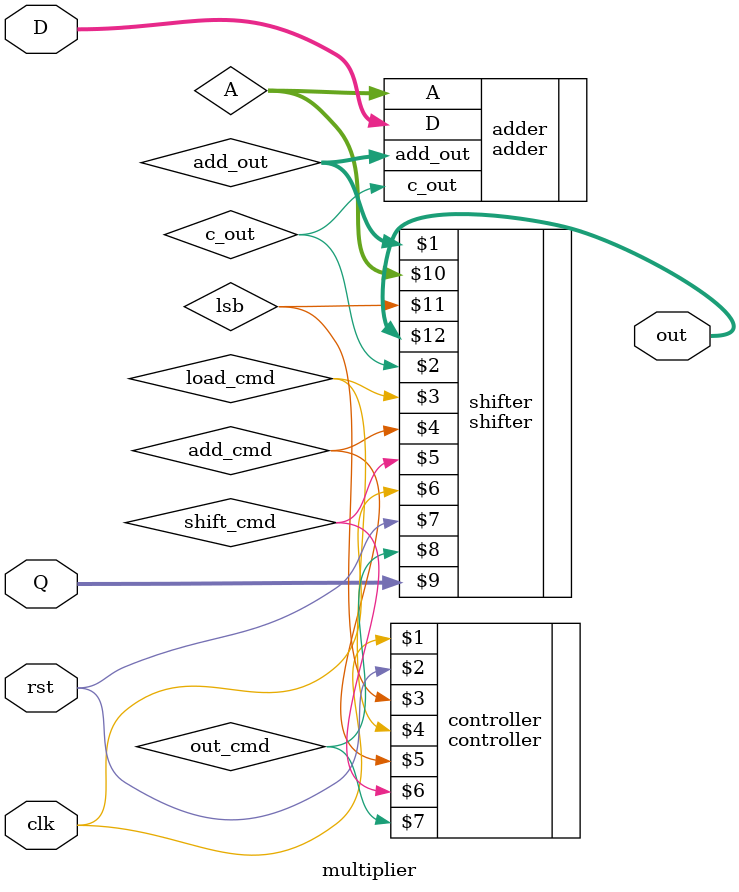
<source format=v>
`timescale 1ns / 1ps


module multiplier(clk, rst, D, Q, out);
parameter m=8, n=8;
input clk, rst;
input [m-1:0] D;
input [n-1:0] Q;
output [m+n-1:0] out;

wire c_out,load_cmd,add_cmd,shift_cmd,lsb,out_cmd;
wire [m-1:0] A,add_out;
adder adder(.D(D), .A(A), .add_out(add_out), .c_out(c_out));
shifter shifter(add_out,c_out,load_cmd,add_cmd,shift_cmd,clk,rst,out_cmd,Q,A,lsb,out);
controller controller(clk,rst,lsb,load_cmd,add_cmd,shift_cmd,out_cmd);
endmodule

</source>
